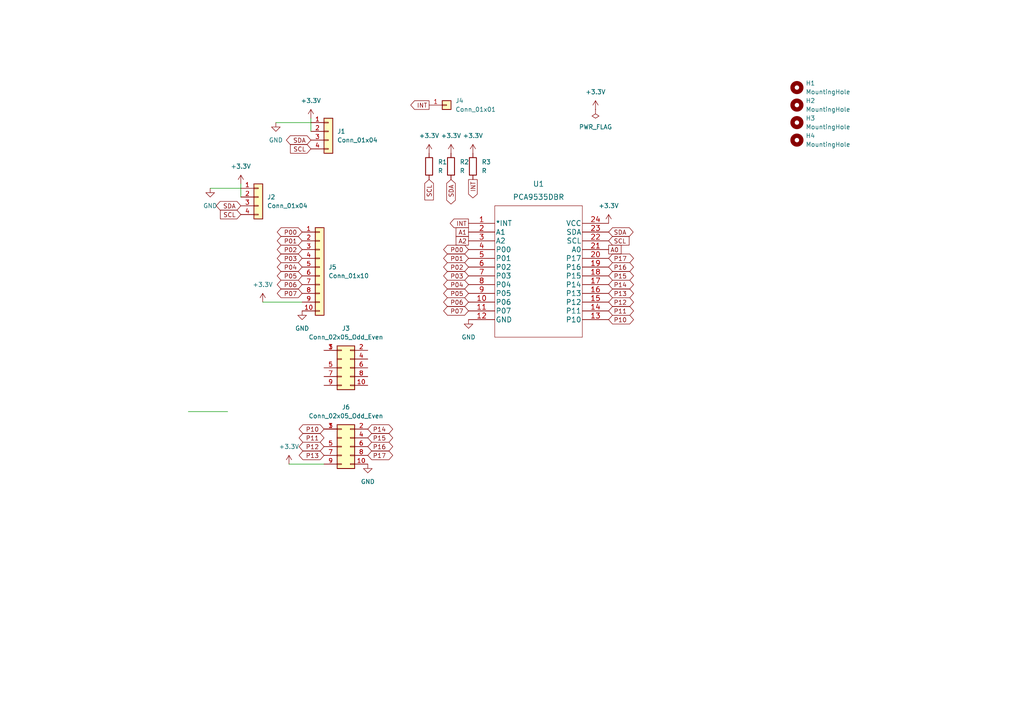
<source format=kicad_sch>
(kicad_sch (version 20211123) (generator eeschema)

  (uuid 50de202a-9f83-446a-b6f9-0c4ba975aafd)

  (paper "A4")

  (lib_symbols
    (symbol "Connector_Generic:Conn_01x01" (pin_names (offset 1.016) hide) (in_bom yes) (on_board yes)
      (property "Reference" "J" (id 0) (at 0 2.54 0)
        (effects (font (size 1.27 1.27)))
      )
      (property "Value" "Conn_01x01" (id 1) (at 0 -2.54 0)
        (effects (font (size 1.27 1.27)))
      )
      (property "Footprint" "" (id 2) (at 0 0 0)
        (effects (font (size 1.27 1.27)) hide)
      )
      (property "Datasheet" "~" (id 3) (at 0 0 0)
        (effects (font (size 1.27 1.27)) hide)
      )
      (property "ki_keywords" "connector" (id 4) (at 0 0 0)
        (effects (font (size 1.27 1.27)) hide)
      )
      (property "ki_description" "Generic connector, single row, 01x01, script generated (kicad-library-utils/schlib/autogen/connector/)" (id 5) (at 0 0 0)
        (effects (font (size 1.27 1.27)) hide)
      )
      (property "ki_fp_filters" "Connector*:*_1x??_*" (id 6) (at 0 0 0)
        (effects (font (size 1.27 1.27)) hide)
      )
      (symbol "Conn_01x01_1_1"
        (rectangle (start -1.27 0.127) (end 0 -0.127)
          (stroke (width 0.1524) (type default) (color 0 0 0 0))
          (fill (type none))
        )
        (rectangle (start -1.27 1.27) (end 1.27 -1.27)
          (stroke (width 0.254) (type default) (color 0 0 0 0))
          (fill (type background))
        )
        (pin passive line (at -5.08 0 0) (length 3.81)
          (name "Pin_1" (effects (font (size 1.27 1.27))))
          (number "1" (effects (font (size 1.27 1.27))))
        )
      )
    )
    (symbol "Connector_Generic:Conn_01x01" (pin_names (offset 1.016) hide) (in_bom yes) (on_board yes)
      (property "Reference" "J" (id 0) (at 0 2.54 0)
        (effects (font (size 1.27 1.27)))
      )
      (property "Value" "Conn_01x01" (id 1) (at 0 -2.54 0)
        (effects (font (size 1.27 1.27)))
      )
      (property "Footprint" "" (id 2) (at 0 0 0)
        (effects (font (size 1.27 1.27)) hide)
      )
      (property "Datasheet" "~" (id 3) (at 0 0 0)
        (effects (font (size 1.27 1.27)) hide)
      )
      (property "ki_keywords" "connector" (id 4) (at 0 0 0)
        (effects (font (size 1.27 1.27)) hide)
      )
      (property "ki_description" "Generic connector, single row, 01x01, script generated (kicad-library-utils/schlib/autogen/connector/)" (id 5) (at 0 0 0)
        (effects (font (size 1.27 1.27)) hide)
      )
      (property "ki_fp_filters" "Connector*:*_1x??_*" (id 6) (at 0 0 0)
        (effects (font (size 1.27 1.27)) hide)
      )
      (symbol "Conn_01x01_1_1"
        (rectangle (start -1.27 0.127) (end 0 -0.127)
          (stroke (width 0.1524) (type default) (color 0 0 0 0))
          (fill (type none))
        )
        (rectangle (start -1.27 1.27) (end 1.27 -1.27)
          (stroke (width 0.254) (type default) (color 0 0 0 0))
          (fill (type background))
        )
        (pin passive line (at -5.08 0 0) (length 3.81)
          (name "Pin_1" (effects (font (size 1.27 1.27))))
          (number "1" (effects (font (size 1.27 1.27))))
        )
      )
    )
    (symbol "Connector_Generic:Conn_01x04" (pin_names (offset 1.016) hide) (in_bom yes) (on_board yes)
      (property "Reference" "J" (id 0) (at 0 5.08 0)
        (effects (font (size 1.27 1.27)))
      )
      (property "Value" "Conn_01x04" (id 1) (at 0 -7.62 0)
        (effects (font (size 1.27 1.27)))
      )
      (property "Footprint" "" (id 2) (at 0 0 0)
        (effects (font (size 1.27 1.27)) hide)
      )
      (property "Datasheet" "~" (id 3) (at 0 0 0)
        (effects (font (size 1.27 1.27)) hide)
      )
      (property "ki_keywords" "connector" (id 4) (at 0 0 0)
        (effects (font (size 1.27 1.27)) hide)
      )
      (property "ki_description" "Generic connector, single row, 01x04, script generated (kicad-library-utils/schlib/autogen/connector/)" (id 5) (at 0 0 0)
        (effects (font (size 1.27 1.27)) hide)
      )
      (property "ki_fp_filters" "Connector*:*_1x??_*" (id 6) (at 0 0 0)
        (effects (font (size 1.27 1.27)) hide)
      )
      (symbol "Conn_01x04_1_1"
        (rectangle (start -1.27 -4.953) (end 0 -5.207)
          (stroke (width 0.1524) (type default) (color 0 0 0 0))
          (fill (type none))
        )
        (rectangle (start -1.27 -2.413) (end 0 -2.667)
          (stroke (width 0.1524) (type default) (color 0 0 0 0))
          (fill (type none))
        )
        (rectangle (start -1.27 0.127) (end 0 -0.127)
          (stroke (width 0.1524) (type default) (color 0 0 0 0))
          (fill (type none))
        )
        (rectangle (start -1.27 2.667) (end 0 2.413)
          (stroke (width 0.1524) (type default) (color 0 0 0 0))
          (fill (type none))
        )
        (rectangle (start -1.27 3.81) (end 1.27 -6.35)
          (stroke (width 0.254) (type default) (color 0 0 0 0))
          (fill (type background))
        )
        (pin passive line (at -5.08 2.54 0) (length 3.81)
          (name "Pin_1" (effects (font (size 1.27 1.27))))
          (number "1" (effects (font (size 1.27 1.27))))
        )
        (pin passive line (at -5.08 0 0) (length 3.81)
          (name "Pin_2" (effects (font (size 1.27 1.27))))
          (number "2" (effects (font (size 1.27 1.27))))
        )
        (pin passive line (at -5.08 -2.54 0) (length 3.81)
          (name "Pin_3" (effects (font (size 1.27 1.27))))
          (number "3" (effects (font (size 1.27 1.27))))
        )
        (pin passive line (at -5.08 -5.08 0) (length 3.81)
          (name "Pin_4" (effects (font (size 1.27 1.27))))
          (number "4" (effects (font (size 1.27 1.27))))
        )
      )
    )
    (symbol "Connector_Generic:Conn_01x10" (pin_names (offset 1.016) hide) (in_bom yes) (on_board yes)
      (property "Reference" "J" (id 0) (at 0 12.7 0)
        (effects (font (size 1.27 1.27)))
      )
      (property "Value" "Conn_01x10" (id 1) (at 0 -15.24 0)
        (effects (font (size 1.27 1.27)))
      )
      (property "Footprint" "" (id 2) (at 0 0 0)
        (effects (font (size 1.27 1.27)) hide)
      )
      (property "Datasheet" "~" (id 3) (at 0 0 0)
        (effects (font (size 1.27 1.27)) hide)
      )
      (property "ki_keywords" "connector" (id 4) (at 0 0 0)
        (effects (font (size 1.27 1.27)) hide)
      )
      (property "ki_description" "Generic connector, single row, 01x10, script generated (kicad-library-utils/schlib/autogen/connector/)" (id 5) (at 0 0 0)
        (effects (font (size 1.27 1.27)) hide)
      )
      (property "ki_fp_filters" "Connector*:*_1x??_*" (id 6) (at 0 0 0)
        (effects (font (size 1.27 1.27)) hide)
      )
      (symbol "Conn_01x10_1_1"
        (rectangle (start -1.27 -12.573) (end 0 -12.827)
          (stroke (width 0.1524) (type default) (color 0 0 0 0))
          (fill (type none))
        )
        (rectangle (start -1.27 -10.033) (end 0 -10.287)
          (stroke (width 0.1524) (type default) (color 0 0 0 0))
          (fill (type none))
        )
        (rectangle (start -1.27 -7.493) (end 0 -7.747)
          (stroke (width 0.1524) (type default) (color 0 0 0 0))
          (fill (type none))
        )
        (rectangle (start -1.27 -4.953) (end 0 -5.207)
          (stroke (width 0.1524) (type default) (color 0 0 0 0))
          (fill (type none))
        )
        (rectangle (start -1.27 -2.413) (end 0 -2.667)
          (stroke (width 0.1524) (type default) (color 0 0 0 0))
          (fill (type none))
        )
        (rectangle (start -1.27 0.127) (end 0 -0.127)
          (stroke (width 0.1524) (type default) (color 0 0 0 0))
          (fill (type none))
        )
        (rectangle (start -1.27 2.667) (end 0 2.413)
          (stroke (width 0.1524) (type default) (color 0 0 0 0))
          (fill (type none))
        )
        (rectangle (start -1.27 5.207) (end 0 4.953)
          (stroke (width 0.1524) (type default) (color 0 0 0 0))
          (fill (type none))
        )
        (rectangle (start -1.27 7.747) (end 0 7.493)
          (stroke (width 0.1524) (type default) (color 0 0 0 0))
          (fill (type none))
        )
        (rectangle (start -1.27 10.287) (end 0 10.033)
          (stroke (width 0.1524) (type default) (color 0 0 0 0))
          (fill (type none))
        )
        (rectangle (start -1.27 11.43) (end 1.27 -13.97)
          (stroke (width 0.254) (type default) (color 0 0 0 0))
          (fill (type background))
        )
        (pin passive line (at -5.08 10.16 0) (length 3.81)
          (name "Pin_1" (effects (font (size 1.27 1.27))))
          (number "1" (effects (font (size 1.27 1.27))))
        )
        (pin passive line (at -5.08 -12.7 0) (length 3.81)
          (name "Pin_10" (effects (font (size 1.27 1.27))))
          (number "10" (effects (font (size 1.27 1.27))))
        )
        (pin passive line (at -5.08 7.62 0) (length 3.81)
          (name "Pin_2" (effects (font (size 1.27 1.27))))
          (number "2" (effects (font (size 1.27 1.27))))
        )
        (pin passive line (at -5.08 5.08 0) (length 3.81)
          (name "Pin_3" (effects (font (size 1.27 1.27))))
          (number "3" (effects (font (size 1.27 1.27))))
        )
        (pin passive line (at -5.08 2.54 0) (length 3.81)
          (name "Pin_4" (effects (font (size 1.27 1.27))))
          (number "4" (effects (font (size 1.27 1.27))))
        )
        (pin passive line (at -5.08 0 0) (length 3.81)
          (name "Pin_5" (effects (font (size 1.27 1.27))))
          (number "5" (effects (font (size 1.27 1.27))))
        )
        (pin passive line (at -5.08 -2.54 0) (length 3.81)
          (name "Pin_6" (effects (font (size 1.27 1.27))))
          (number "6" (effects (font (size 1.27 1.27))))
        )
        (pin passive line (at -5.08 -5.08 0) (length 3.81)
          (name "Pin_7" (effects (font (size 1.27 1.27))))
          (number "7" (effects (font (size 1.27 1.27))))
        )
        (pin passive line (at -5.08 -7.62 0) (length 3.81)
          (name "Pin_8" (effects (font (size 1.27 1.27))))
          (number "8" (effects (font (size 1.27 1.27))))
        )
        (pin passive line (at -5.08 -10.16 0) (length 3.81)
          (name "Pin_9" (effects (font (size 1.27 1.27))))
          (number "9" (effects (font (size 1.27 1.27))))
        )
      )
    )
    (symbol "Connector_Generic:Conn_02x05_Odd_Even" (pin_names (offset 1.016) hide) (in_bom yes) (on_board yes)
      (property "Reference" "J" (id 0) (at 1.27 7.62 0)
        (effects (font (size 1.27 1.27)))
      )
      (property "Value" "Conn_02x05_Odd_Even" (id 1) (at 1.27 -7.62 0)
        (effects (font (size 1.27 1.27)))
      )
      (property "Footprint" "" (id 2) (at 0 0 0)
        (effects (font (size 1.27 1.27)) hide)
      )
      (property "Datasheet" "~" (id 3) (at 0 0 0)
        (effects (font (size 1.27 1.27)) hide)
      )
      (property "ki_keywords" "connector" (id 4) (at 0 0 0)
        (effects (font (size 1.27 1.27)) hide)
      )
      (property "ki_description" "Generic connector, double row, 02x05, odd/even pin numbering scheme (row 1 odd numbers, row 2 even numbers), script generated (kicad-library-utils/schlib/autogen/connector/)" (id 5) (at 0 0 0)
        (effects (font (size 1.27 1.27)) hide)
      )
      (property "ki_fp_filters" "Connector*:*_2x??_*" (id 6) (at 0 0 0)
        (effects (font (size 1.27 1.27)) hide)
      )
      (symbol "Conn_02x05_Odd_Even_1_1"
        (rectangle (start -1.27 -4.953) (end 0 -5.207)
          (stroke (width 0.1524) (type default) (color 0 0 0 0))
          (fill (type none))
        )
        (rectangle (start -1.27 -2.413) (end 0 -2.667)
          (stroke (width 0.1524) (type default) (color 0 0 0 0))
          (fill (type none))
        )
        (rectangle (start -1.27 0.127) (end 0 -0.127)
          (stroke (width 0.1524) (type default) (color 0 0 0 0))
          (fill (type none))
        )
        (rectangle (start -1.27 2.667) (end 0 2.413)
          (stroke (width 0.1524) (type default) (color 0 0 0 0))
          (fill (type none))
        )
        (rectangle (start -1.27 5.207) (end 0 4.953)
          (stroke (width 0.1524) (type default) (color 0 0 0 0))
          (fill (type none))
        )
        (rectangle (start -1.27 6.35) (end 3.81 -6.35)
          (stroke (width 0.254) (type default) (color 0 0 0 0))
          (fill (type background))
        )
        (rectangle (start 3.81 -4.953) (end 2.54 -5.207)
          (stroke (width 0.1524) (type default) (color 0 0 0 0))
          (fill (type none))
        )
        (rectangle (start 3.81 -2.413) (end 2.54 -2.667)
          (stroke (width 0.1524) (type default) (color 0 0 0 0))
          (fill (type none))
        )
        (rectangle (start 3.81 0.127) (end 2.54 -0.127)
          (stroke (width 0.1524) (type default) (color 0 0 0 0))
          (fill (type none))
        )
        (rectangle (start 3.81 2.667) (end 2.54 2.413)
          (stroke (width 0.1524) (type default) (color 0 0 0 0))
          (fill (type none))
        )
        (rectangle (start 3.81 5.207) (end 2.54 4.953)
          (stroke (width 0.1524) (type default) (color 0 0 0 0))
          (fill (type none))
        )
        (pin passive line (at -5.08 5.08 0) (length 3.81)
          (name "Pin_1" (effects (font (size 1.27 1.27))))
          (number "1" (effects (font (size 1.27 1.27))))
        )
        (pin passive line (at 7.62 -5.08 180) (length 3.81)
          (name "Pin_10" (effects (font (size 1.27 1.27))))
          (number "10" (effects (font (size 1.27 1.27))))
        )
        (pin passive line (at 7.62 5.08 180) (length 3.81)
          (name "Pin_2" (effects (font (size 1.27 1.27))))
          (number "2" (effects (font (size 1.27 1.27))))
        )
        (pin passive line (at -5.08 5.08 0) (length 3.81)
          (name "Pin_3" (effects (font (size 1.27 1.27))))
          (number "3" (effects (font (size 1.27 1.27))))
        )
        (pin passive line (at 7.62 2.54 180) (length 3.81)
          (name "Pin_4" (effects (font (size 1.27 1.27))))
          (number "4" (effects (font (size 1.27 1.27))))
        )
        (pin passive line (at -5.08 0 0) (length 3.81)
          (name "Pin_5" (effects (font (size 1.27 1.27))))
          (number "5" (effects (font (size 1.27 1.27))))
        )
        (pin passive line (at 7.62 0 180) (length 3.81)
          (name "Pin_6" (effects (font (size 1.27 1.27))))
          (number "6" (effects (font (size 1.27 1.27))))
        )
        (pin passive line (at -5.08 -2.54 0) (length 3.81)
          (name "Pin_7" (effects (font (size 1.27 1.27))))
          (number "7" (effects (font (size 1.27 1.27))))
        )
        (pin passive line (at 7.62 -2.54 180) (length 3.81)
          (name "Pin_8" (effects (font (size 1.27 1.27))))
          (number "8" (effects (font (size 1.27 1.27))))
        )
        (pin passive line (at -5.08 -5.08 0) (length 3.81)
          (name "Pin_9" (effects (font (size 1.27 1.27))))
          (number "9" (effects (font (size 1.27 1.27))))
        )
      )
    )
    (symbol "Device:R" (pin_numbers hide) (pin_names (offset 0)) (in_bom yes) (on_board yes)
      (property "Reference" "R" (id 0) (at 2.032 0 90)
        (effects (font (size 1.27 1.27)))
      )
      (property "Value" "R" (id 1) (at 0 0 90)
        (effects (font (size 1.27 1.27)))
      )
      (property "Footprint" "" (id 2) (at -1.778 0 90)
        (effects (font (size 1.27 1.27)) hide)
      )
      (property "Datasheet" "~" (id 3) (at 0 0 0)
        (effects (font (size 1.27 1.27)) hide)
      )
      (property "ki_keywords" "R res resistor" (id 4) (at 0 0 0)
        (effects (font (size 1.27 1.27)) hide)
      )
      (property "ki_description" "Resistor" (id 5) (at 0 0 0)
        (effects (font (size 1.27 1.27)) hide)
      )
      (property "ki_fp_filters" "R_*" (id 6) (at 0 0 0)
        (effects (font (size 1.27 1.27)) hide)
      )
      (symbol "R_0_1"
        (rectangle (start -1.016 -2.54) (end 1.016 2.54)
          (stroke (width 0.254) (type default) (color 0 0 0 0))
          (fill (type none))
        )
      )
      (symbol "R_1_1"
        (pin passive line (at 0 3.81 270) (length 1.27)
          (name "~" (effects (font (size 1.27 1.27))))
          (number "1" (effects (font (size 1.27 1.27))))
        )
        (pin passive line (at 0 -3.81 90) (length 1.27)
          (name "~" (effects (font (size 1.27 1.27))))
          (number "2" (effects (font (size 1.27 1.27))))
        )
      )
    )
    (symbol "Mechanical:MountingHole" (pin_names (offset 1.016)) (in_bom yes) (on_board yes)
      (property "Reference" "H" (id 0) (at 0 5.08 0)
        (effects (font (size 1.27 1.27)))
      )
      (property "Value" "MountingHole" (id 1) (at 0 3.175 0)
        (effects (font (size 1.27 1.27)))
      )
      (property "Footprint" "" (id 2) (at 0 0 0)
        (effects (font (size 1.27 1.27)) hide)
      )
      (property "Datasheet" "~" (id 3) (at 0 0 0)
        (effects (font (size 1.27 1.27)) hide)
      )
      (property "ki_keywords" "mounting hole" (id 4) (at 0 0 0)
        (effects (font (size 1.27 1.27)) hide)
      )
      (property "ki_description" "Mounting Hole without connection" (id 5) (at 0 0 0)
        (effects (font (size 1.27 1.27)) hide)
      )
      (property "ki_fp_filters" "MountingHole*" (id 6) (at 0 0 0)
        (effects (font (size 1.27 1.27)) hide)
      )
      (symbol "MountingHole_0_1"
        (circle (center 0 0) (radius 1.27)
          (stroke (width 1.27) (type default) (color 0 0 0 0))
          (fill (type none))
        )
      )
    )
    (symbol "power:+3.3V" (power) (pin_names (offset 0)) (in_bom yes) (on_board yes)
      (property "Reference" "#PWR" (id 0) (at 0 -3.81 0)
        (effects (font (size 1.27 1.27)) hide)
      )
      (property "Value" "+3.3V" (id 1) (at 0 3.556 0)
        (effects (font (size 1.27 1.27)))
      )
      (property "Footprint" "" (id 2) (at 0 0 0)
        (effects (font (size 1.27 1.27)) hide)
      )
      (property "Datasheet" "" (id 3) (at 0 0 0)
        (effects (font (size 1.27 1.27)) hide)
      )
      (property "ki_keywords" "power-flag" (id 4) (at 0 0 0)
        (effects (font (size 1.27 1.27)) hide)
      )
      (property "ki_description" "Power symbol creates a global label with name \"+3.3V\"" (id 5) (at 0 0 0)
        (effects (font (size 1.27 1.27)) hide)
      )
      (symbol "+3.3V_0_1"
        (polyline
          (pts
            (xy -0.762 1.27)
            (xy 0 2.54)
          )
          (stroke (width 0) (type default) (color 0 0 0 0))
          (fill (type none))
        )
        (polyline
          (pts
            (xy 0 0)
            (xy 0 2.54)
          )
          (stroke (width 0) (type default) (color 0 0 0 0))
          (fill (type none))
        )
        (polyline
          (pts
            (xy 0 2.54)
            (xy 0.762 1.27)
          )
          (stroke (width 0) (type default) (color 0 0 0 0))
          (fill (type none))
        )
      )
      (symbol "+3.3V_1_1"
        (pin power_in line (at 0 0 90) (length 0) hide
          (name "+3.3V" (effects (font (size 1.27 1.27))))
          (number "1" (effects (font (size 1.27 1.27))))
        )
      )
    )
    (symbol "power:GND" (power) (pin_names (offset 0)) (in_bom yes) (on_board yes)
      (property "Reference" "#PWR" (id 0) (at 0 -6.35 0)
        (effects (font (size 1.27 1.27)) hide)
      )
      (property "Value" "GND" (id 1) (at 0 -3.81 0)
        (effects (font (size 1.27 1.27)))
      )
      (property "Footprint" "" (id 2) (at 0 0 0)
        (effects (font (size 1.27 1.27)) hide)
      )
      (property "Datasheet" "" (id 3) (at 0 0 0)
        (effects (font (size 1.27 1.27)) hide)
      )
      (property "ki_keywords" "power-flag" (id 4) (at 0 0 0)
        (effects (font (size 1.27 1.27)) hide)
      )
      (property "ki_description" "Power symbol creates a global label with name \"GND\" , ground" (id 5) (at 0 0 0)
        (effects (font (size 1.27 1.27)) hide)
      )
      (symbol "GND_0_1"
        (polyline
          (pts
            (xy 0 0)
            (xy 0 -1.27)
            (xy 1.27 -1.27)
            (xy 0 -2.54)
            (xy -1.27 -1.27)
            (xy 0 -1.27)
          )
          (stroke (width 0) (type default) (color 0 0 0 0))
          (fill (type none))
        )
      )
      (symbol "GND_1_1"
        (pin power_in line (at 0 0 270) (length 0) hide
          (name "GND" (effects (font (size 1.27 1.27))))
          (number "1" (effects (font (size 1.27 1.27))))
        )
      )
    )
    (symbol "power:PWR_FLAG" (power) (pin_numbers hide) (pin_names (offset 0) hide) (in_bom yes) (on_board yes)
      (property "Reference" "#FLG" (id 0) (at 0 1.905 0)
        (effects (font (size 1.27 1.27)) hide)
      )
      (property "Value" "PWR_FLAG" (id 1) (at 0 3.81 0)
        (effects (font (size 1.27 1.27)))
      )
      (property "Footprint" "" (id 2) (at 0 0 0)
        (effects (font (size 1.27 1.27)) hide)
      )
      (property "Datasheet" "~" (id 3) (at 0 0 0)
        (effects (font (size 1.27 1.27)) hide)
      )
      (property "ki_keywords" "power-flag" (id 4) (at 0 0 0)
        (effects (font (size 1.27 1.27)) hide)
      )
      (property "ki_description" "Special symbol for telling ERC where power comes from" (id 5) (at 0 0 0)
        (effects (font (size 1.27 1.27)) hide)
      )
      (symbol "PWR_FLAG_0_0"
        (pin power_out line (at 0 0 90) (length 0)
          (name "pwr" (effects (font (size 1.27 1.27))))
          (number "1" (effects (font (size 1.27 1.27))))
        )
      )
      (symbol "PWR_FLAG_0_1"
        (polyline
          (pts
            (xy 0 0)
            (xy 0 1.27)
            (xy -1.016 1.905)
            (xy 0 2.54)
            (xy 1.016 1.905)
            (xy 0 1.27)
          )
          (stroke (width 0) (type default) (color 0 0 0 0))
          (fill (type none))
        )
      )
    )
    (symbol "ul_PCA9535DBR:PCA9535DBR" (pin_names (offset 0.254)) (in_bom yes) (on_board yes)
      (property "Reference" "U" (id 0) (at 20.32 10.16 0)
        (effects (font (size 1.524 1.524)))
      )
      (property "Value" "PCA9535DBR" (id 1) (at 20.32 7.62 0)
        (effects (font (size 1.524 1.524)))
      )
      (property "Footprint" "DB24_TEX" (id 2) (at 20.32 6.096 0)
        (effects (font (size 1.524 1.524)) hide)
      )
      (property "Datasheet" "" (id 3) (at 0 0 0)
        (effects (font (size 1.524 1.524)))
      )
      (property "ki_locked" "" (id 4) (at 0 0 0)
        (effects (font (size 1.27 1.27)))
      )
      (property "ki_fp_filters" "DB24_TEX DB24_TEX-M DB24_TEX-L" (id 5) (at 0 0 0)
        (effects (font (size 1.27 1.27)) hide)
      )
      (symbol "PCA9535DBR_1_1"
        (polyline
          (pts
            (xy 7.62 -33.02)
            (xy 33.02 -33.02)
          )
          (stroke (width 0.127) (type default) (color 0 0 0 0))
          (fill (type none))
        )
        (polyline
          (pts
            (xy 7.62 5.08)
            (xy 7.62 -33.02)
          )
          (stroke (width 0.127) (type default) (color 0 0 0 0))
          (fill (type none))
        )
        (polyline
          (pts
            (xy 33.02 -33.02)
            (xy 33.02 5.08)
          )
          (stroke (width 0.127) (type default) (color 0 0 0 0))
          (fill (type none))
        )
        (polyline
          (pts
            (xy 33.02 5.08)
            (xy 7.62 5.08)
          )
          (stroke (width 0.127) (type default) (color 0 0 0 0))
          (fill (type none))
        )
        (pin output line (at 0 0 0) (length 7.62)
          (name "*INT" (effects (font (size 1.4986 1.4986))))
          (number "1" (effects (font (size 1.4986 1.4986))))
        )
        (pin bidirectional line (at 0 -22.86 0) (length 7.62)
          (name "P06" (effects (font (size 1.4986 1.4986))))
          (number "10" (effects (font (size 1.4986 1.4986))))
        )
        (pin bidirectional line (at 0 -25.4 0) (length 7.62)
          (name "P07" (effects (font (size 1.4986 1.4986))))
          (number "11" (effects (font (size 1.4986 1.4986))))
        )
        (pin power_in line (at 0 -27.94 0) (length 7.62)
          (name "GND" (effects (font (size 1.4986 1.4986))))
          (number "12" (effects (font (size 1.4986 1.4986))))
        )
        (pin bidirectional line (at 40.64 -27.94 180) (length 7.62)
          (name "P10" (effects (font (size 1.4986 1.4986))))
          (number "13" (effects (font (size 1.4986 1.4986))))
        )
        (pin bidirectional line (at 40.64 -25.4 180) (length 7.62)
          (name "P11" (effects (font (size 1.4986 1.4986))))
          (number "14" (effects (font (size 1.4986 1.4986))))
        )
        (pin bidirectional line (at 40.64 -22.86 180) (length 7.62)
          (name "P12" (effects (font (size 1.4986 1.4986))))
          (number "15" (effects (font (size 1.4986 1.4986))))
        )
        (pin bidirectional line (at 40.64 -20.32 180) (length 7.62)
          (name "P13" (effects (font (size 1.4986 1.4986))))
          (number "16" (effects (font (size 1.4986 1.4986))))
        )
        (pin bidirectional line (at 40.64 -17.78 180) (length 7.62)
          (name "P14" (effects (font (size 1.4986 1.4986))))
          (number "17" (effects (font (size 1.4986 1.4986))))
        )
        (pin bidirectional line (at 40.64 -15.24 180) (length 7.62)
          (name "P15" (effects (font (size 1.4986 1.4986))))
          (number "18" (effects (font (size 1.4986 1.4986))))
        )
        (pin bidirectional line (at 40.64 -12.7 180) (length 7.62)
          (name "P16" (effects (font (size 1.4986 1.4986))))
          (number "19" (effects (font (size 1.4986 1.4986))))
        )
        (pin input line (at 0 -2.54 0) (length 7.62)
          (name "A1" (effects (font (size 1.4986 1.4986))))
          (number "2" (effects (font (size 1.4986 1.4986))))
        )
        (pin bidirectional line (at 40.64 -10.16 180) (length 7.62)
          (name "P17" (effects (font (size 1.4986 1.4986))))
          (number "20" (effects (font (size 1.4986 1.4986))))
        )
        (pin input line (at 40.64 -7.62 180) (length 7.62)
          (name "A0" (effects (font (size 1.4986 1.4986))))
          (number "21" (effects (font (size 1.4986 1.4986))))
        )
        (pin unspecified line (at 40.64 -5.08 180) (length 7.62)
          (name "SCL" (effects (font (size 1.4986 1.4986))))
          (number "22" (effects (font (size 1.4986 1.4986))))
        )
        (pin unspecified line (at 40.64 -2.54 180) (length 7.62)
          (name "SDA" (effects (font (size 1.4986 1.4986))))
          (number "23" (effects (font (size 1.4986 1.4986))))
        )
        (pin power_in line (at 40.64 0 180) (length 7.62)
          (name "VCC" (effects (font (size 1.4986 1.4986))))
          (number "24" (effects (font (size 1.4986 1.4986))))
        )
        (pin input line (at 0 -5.08 0) (length 7.62)
          (name "A2" (effects (font (size 1.4986 1.4986))))
          (number "3" (effects (font (size 1.4986 1.4986))))
        )
        (pin bidirectional line (at 0 -7.62 0) (length 7.62)
          (name "P00" (effects (font (size 1.4986 1.4986))))
          (number "4" (effects (font (size 1.4986 1.4986))))
        )
        (pin bidirectional line (at 0 -10.16 0) (length 7.62)
          (name "P01" (effects (font (size 1.4986 1.4986))))
          (number "5" (effects (font (size 1.4986 1.4986))))
        )
        (pin bidirectional line (at 0 -12.7 0) (length 7.62)
          (name "P02" (effects (font (size 1.4986 1.4986))))
          (number "6" (effects (font (size 1.4986 1.4986))))
        )
        (pin bidirectional line (at 0 -15.24 0) (length 7.62)
          (name "P03" (effects (font (size 1.4986 1.4986))))
          (number "7" (effects (font (size 1.4986 1.4986))))
        )
        (pin bidirectional line (at 0 -17.78 0) (length 7.62)
          (name "P04" (effects (font (size 1.4986 1.4986))))
          (number "8" (effects (font (size 1.4986 1.4986))))
        )
        (pin bidirectional line (at 0 -20.32 0) (length 7.62)
          (name "P05" (effects (font (size 1.4986 1.4986))))
          (number "9" (effects (font (size 1.4986 1.4986))))
        )
      )
    )
  )


  (wire (pts (xy 76.2 87.63) (xy 87.63 87.63))
    (stroke (width 0) (type default) (color 0 0 0 0))
    (uuid 1d1786b5-3f3b-49a5-8917-1d3712b82090)
  )
  (wire (pts (xy 80.01 35.56) (xy 90.17 35.56))
    (stroke (width 0) (type default) (color 0 0 0 0))
    (uuid 2e1e919c-5c5d-47cd-95cd-f3b4b809f44c)
  )
  (wire (pts (xy 69.85 53.34) (xy 69.85 57.15))
    (stroke (width 0) (type default) (color 0 0 0 0))
    (uuid 594abca9-e32c-4f73-a19a-c21ffc3667aa)
  )
  (wire (pts (xy 54.61 119.38) (xy 66.04 119.38))
    (stroke (width 0) (type default) (color 0 0 0 0))
    (uuid 6e1dea58-6a3b-4c2b-98e0-11b0c41f0e5e)
  )
  (wire (pts (xy 60.96 54.61) (xy 69.85 54.61))
    (stroke (width 0) (type default) (color 0 0 0 0))
    (uuid a8087ef7-fdab-4ea1-a61e-2ca4d6ce1b2b)
  )
  (wire (pts (xy 83.82 134.62) (xy 93.98 134.62))
    (stroke (width 0) (type default) (color 0 0 0 0))
    (uuid a99bc04f-a0b8-4e9d-a789-7e86d15677eb)
  )
  (wire (pts (xy 90.17 34.29) (xy 90.17 38.1))
    (stroke (width 0) (type default) (color 0 0 0 0))
    (uuid dfb460a8-ee53-486e-9211-e03cd78eb6d7)
  )

  (global_label "P10" (shape bidirectional) (at 93.98 124.46 180) (fields_autoplaced)
    (effects (font (size 1.27 1.27)) (justify right))
    (uuid 00c17bff-2b4d-4fb2-a54f-f42e2d9ea194)
    (property "Intersheet References" "${INTERSHEET_REFS}" (id 0) (at 87.8779 124.3806 0)
      (effects (font (size 1.27 1.27)) (justify right) hide)
    )
  )
  (global_label "A1" (shape passive) (at 135.89 67.31 180) (fields_autoplaced)
    (effects (font (size 1.27 1.27)) (justify right))
    (uuid 0752355a-db9e-4515-91ea-482feffeba49)
    (property "Intersheet References" "${INTERSHEET_REFS}" (id 0) (at 131.1788 67.2306 0)
      (effects (font (size 1.27 1.27)) (justify right) hide)
    )
  )
  (global_label "P15" (shape bidirectional) (at 176.53 80.01 0) (fields_autoplaced)
    (effects (font (size 1.27 1.27)) (justify left))
    (uuid 0e220d7c-ebb5-4906-822d-7e42719caf5a)
    (property "Intersheet References" "${INTERSHEET_REFS}" (id 0) (at 182.6321 79.9306 0)
      (effects (font (size 1.27 1.27)) (justify left) hide)
    )
  )
  (global_label "P14" (shape bidirectional) (at 176.53 82.55 0) (fields_autoplaced)
    (effects (font (size 1.27 1.27)) (justify left))
    (uuid 2842ba68-a2c0-4089-9df3-8a824a2d8589)
    (property "Intersheet References" "${INTERSHEET_REFS}" (id 0) (at 182.6321 82.4706 0)
      (effects (font (size 1.27 1.27)) (justify left) hide)
    )
  )
  (global_label "P00" (shape bidirectional) (at 135.89 72.39 180) (fields_autoplaced)
    (effects (font (size 1.27 1.27)) (justify right))
    (uuid 2be299e0-f2e3-4ef5-8ec8-45168d0505e5)
    (property "Intersheet References" "${INTERSHEET_REFS}" (id 0) (at 129.7879 72.3106 0)
      (effects (font (size 1.27 1.27)) (justify right) hide)
    )
  )
  (global_label "SCL" (shape input) (at 176.53 69.85 0) (fields_autoplaced)
    (effects (font (size 1.27 1.27)) (justify left))
    (uuid 2d1d5acf-7e09-486e-a2b0-847d713007b0)
    (property "Intersheet References" "${INTERSHEET_REFS}" (id 0) (at 182.4507 69.7706 0)
      (effects (font (size 1.27 1.27)) (justify left) hide)
    )
  )
  (global_label "P13" (shape bidirectional) (at 93.98 132.08 180) (fields_autoplaced)
    (effects (font (size 1.27 1.27)) (justify right))
    (uuid 341afbb5-26dc-453f-b928-0eca276d9593)
    (property "Intersheet References" "${INTERSHEET_REFS}" (id 0) (at 87.8779 132.0006 0)
      (effects (font (size 1.27 1.27)) (justify right) hide)
    )
  )
  (global_label "SCL" (shape input) (at 90.17 43.18 180) (fields_autoplaced)
    (effects (font (size 1.27 1.27)) (justify right))
    (uuid 361a47a0-53dc-4330-a3d5-384f748925c2)
    (property "Intersheet References" "${INTERSHEET_REFS}" (id 0) (at 84.2493 43.1006 0)
      (effects (font (size 1.27 1.27)) (justify right) hide)
    )
  )
  (global_label "P14" (shape bidirectional) (at 106.68 124.46 0) (fields_autoplaced)
    (effects (font (size 1.27 1.27)) (justify left))
    (uuid 38b47d34-9587-4e63-9f6c-8370d744ec1b)
    (property "Intersheet References" "${INTERSHEET_REFS}" (id 0) (at 112.7821 124.5394 0)
      (effects (font (size 1.27 1.27)) (justify left) hide)
    )
  )
  (global_label "SDA" (shape bidirectional) (at 176.53 67.31 0) (fields_autoplaced)
    (effects (font (size 1.27 1.27)) (justify left))
    (uuid 3b40f884-8402-46b4-80f2-c61efe6c1ced)
    (property "Intersheet References" "${INTERSHEET_REFS}" (id 0) (at 182.5112 67.2306 0)
      (effects (font (size 1.27 1.27)) (justify left) hide)
    )
  )
  (global_label "P06" (shape bidirectional) (at 87.63 82.55 180) (fields_autoplaced)
    (effects (font (size 1.27 1.27)) (justify right))
    (uuid 3c57f171-e0d9-4987-8173-ff80d3c3c8cf)
    (property "Intersheet References" "${INTERSHEET_REFS}" (id 0) (at 81.5279 82.4706 0)
      (effects (font (size 1.27 1.27)) (justify right) hide)
    )
  )
  (global_label "P11" (shape bidirectional) (at 176.53 90.17 0) (fields_autoplaced)
    (effects (font (size 1.27 1.27)) (justify left))
    (uuid 403b3e9b-b217-41dd-9f3d-7e098e556981)
    (property "Intersheet References" "${INTERSHEET_REFS}" (id 0) (at 182.6321 90.0906 0)
      (effects (font (size 1.27 1.27)) (justify left) hide)
    )
  )
  (global_label "SCL" (shape input) (at 69.85 62.23 180) (fields_autoplaced)
    (effects (font (size 1.27 1.27)) (justify right))
    (uuid 459c578f-e187-4be7-9019-a1114328c6fc)
    (property "Intersheet References" "${INTERSHEET_REFS}" (id 0) (at 63.9293 62.1506 0)
      (effects (font (size 1.27 1.27)) (justify right) hide)
    )
  )
  (global_label "P06" (shape bidirectional) (at 135.89 87.63 180) (fields_autoplaced)
    (effects (font (size 1.27 1.27)) (justify right))
    (uuid 59691dfe-8200-41e2-8990-a5e62e19b49c)
    (property "Intersheet References" "${INTERSHEET_REFS}" (id 0) (at 129.7879 87.5506 0)
      (effects (font (size 1.27 1.27)) (justify right) hide)
    )
  )
  (global_label "P12" (shape bidirectional) (at 93.98 129.54 180) (fields_autoplaced)
    (effects (font (size 1.27 1.27)) (justify right))
    (uuid 5ce9f6c5-368a-44c0-a2f9-7c3c2f74e65d)
    (property "Intersheet References" "${INTERSHEET_REFS}" (id 0) (at 87.8779 129.4606 0)
      (effects (font (size 1.27 1.27)) (justify right) hide)
    )
  )
  (global_label "P16" (shape bidirectional) (at 176.53 77.47 0) (fields_autoplaced)
    (effects (font (size 1.27 1.27)) (justify left))
    (uuid 5d9c7108-9d8a-428b-bc6c-68af20984302)
    (property "Intersheet References" "${INTERSHEET_REFS}" (id 0) (at 182.6321 77.3906 0)
      (effects (font (size 1.27 1.27)) (justify left) hide)
    )
  )
  (global_label "P04" (shape bidirectional) (at 87.63 77.47 180) (fields_autoplaced)
    (effects (font (size 1.27 1.27)) (justify right))
    (uuid 670d3098-3257-4fae-9774-198182d19eb2)
    (property "Intersheet References" "${INTERSHEET_REFS}" (id 0) (at 81.5279 77.3906 0)
      (effects (font (size 1.27 1.27)) (justify right) hide)
    )
  )
  (global_label "INT" (shape output) (at 137.16 52.07 270) (fields_autoplaced)
    (effects (font (size 1.27 1.27)) (justify right))
    (uuid 703767a0-16dc-4ef1-b662-4ba5b28e5967)
    (property "Intersheet References" "${INTERSHEET_REFS}" (id 0) (at 137.0806 57.386 90)
      (effects (font (size 1.27 1.27)) (justify right) hide)
    )
  )
  (global_label "P16" (shape bidirectional) (at 106.68 129.54 0) (fields_autoplaced)
    (effects (font (size 1.27 1.27)) (justify left))
    (uuid 7039f27f-e00b-4eae-80a4-aeaa720ce8ef)
    (property "Intersheet References" "${INTERSHEET_REFS}" (id 0) (at 112.7821 129.6194 0)
      (effects (font (size 1.27 1.27)) (justify left) hide)
    )
  )
  (global_label "SDA" (shape bidirectional) (at 90.17 40.64 180) (fields_autoplaced)
    (effects (font (size 1.27 1.27)) (justify right))
    (uuid 7389aeda-b409-4f9f-b42f-b1194edfce55)
    (property "Intersheet References" "${INTERSHEET_REFS}" (id 0) (at 84.1888 40.5606 0)
      (effects (font (size 1.27 1.27)) (justify right) hide)
    )
  )
  (global_label "P03" (shape bidirectional) (at 87.63 74.93 180) (fields_autoplaced)
    (effects (font (size 1.27 1.27)) (justify right))
    (uuid 744262e0-41c0-4c71-9033-b8407ff081f0)
    (property "Intersheet References" "${INTERSHEET_REFS}" (id 0) (at 81.5279 74.8506 0)
      (effects (font (size 1.27 1.27)) (justify right) hide)
    )
  )
  (global_label "P02" (shape bidirectional) (at 135.89 77.47 180) (fields_autoplaced)
    (effects (font (size 1.27 1.27)) (justify right))
    (uuid 7c81152d-1919-4f33-a997-19d614df12f4)
    (property "Intersheet References" "${INTERSHEET_REFS}" (id 0) (at 129.7879 77.3906 0)
      (effects (font (size 1.27 1.27)) (justify right) hide)
    )
  )
  (global_label "P10" (shape bidirectional) (at 176.53 92.71 0) (fields_autoplaced)
    (effects (font (size 1.27 1.27)) (justify left))
    (uuid 80c507c8-433b-4936-829f-c9e9fe2fccf3)
    (property "Intersheet References" "${INTERSHEET_REFS}" (id 0) (at 182.6321 92.6306 0)
      (effects (font (size 1.27 1.27)) (justify left) hide)
    )
  )
  (global_label "P12" (shape bidirectional) (at 176.53 87.63 0) (fields_autoplaced)
    (effects (font (size 1.27 1.27)) (justify left))
    (uuid 82e68950-b646-4961-b269-98a86c51b4e3)
    (property "Intersheet References" "${INTERSHEET_REFS}" (id 0) (at 182.6321 87.5506 0)
      (effects (font (size 1.27 1.27)) (justify left) hide)
    )
  )
  (global_label "P02" (shape bidirectional) (at 87.63 72.39 180) (fields_autoplaced)
    (effects (font (size 1.27 1.27)) (justify right))
    (uuid 83391d17-977e-4c23-9961-53d30e268c61)
    (property "Intersheet References" "${INTERSHEET_REFS}" (id 0) (at 81.5279 72.3106 0)
      (effects (font (size 1.27 1.27)) (justify right) hide)
    )
  )
  (global_label "P17" (shape bidirectional) (at 106.68 132.08 0) (fields_autoplaced)
    (effects (font (size 1.27 1.27)) (justify left))
    (uuid 83d2f316-ae9d-4617-8d1b-ed0240c0a9be)
    (property "Intersheet References" "${INTERSHEET_REFS}" (id 0) (at 112.7821 132.1594 0)
      (effects (font (size 1.27 1.27)) (justify left) hide)
    )
  )
  (global_label "P13" (shape bidirectional) (at 176.53 85.09 0) (fields_autoplaced)
    (effects (font (size 1.27 1.27)) (justify left))
    (uuid 99ae9615-7893-4ab8-a3be-a6f908a72ae8)
    (property "Intersheet References" "${INTERSHEET_REFS}" (id 0) (at 182.6321 85.0106 0)
      (effects (font (size 1.27 1.27)) (justify left) hide)
    )
  )
  (global_label "P05" (shape bidirectional) (at 135.89 85.09 180) (fields_autoplaced)
    (effects (font (size 1.27 1.27)) (justify right))
    (uuid 9cd1ac0f-2a93-41e5-ad53-95f5c91e16af)
    (property "Intersheet References" "${INTERSHEET_REFS}" (id 0) (at 129.7879 85.0106 0)
      (effects (font (size 1.27 1.27)) (justify right) hide)
    )
  )
  (global_label "P04" (shape bidirectional) (at 135.89 82.55 180) (fields_autoplaced)
    (effects (font (size 1.27 1.27)) (justify right))
    (uuid a43d3b2f-2ba5-4c3c-b414-e811219d16e2)
    (property "Intersheet References" "${INTERSHEET_REFS}" (id 0) (at 129.7879 82.4706 0)
      (effects (font (size 1.27 1.27)) (justify right) hide)
    )
  )
  (global_label "P03" (shape bidirectional) (at 135.89 80.01 180) (fields_autoplaced)
    (effects (font (size 1.27 1.27)) (justify right))
    (uuid a7797f2a-b6dd-4c7f-9015-efbf18ecda55)
    (property "Intersheet References" "${INTERSHEET_REFS}" (id 0) (at 129.7879 79.9306 0)
      (effects (font (size 1.27 1.27)) (justify right) hide)
    )
  )
  (global_label "P00" (shape bidirectional) (at 87.63 67.31 180) (fields_autoplaced)
    (effects (font (size 1.27 1.27)) (justify right))
    (uuid afc73984-aea6-469a-9436-d3fbacd1c928)
    (property "Intersheet References" "${INTERSHEET_REFS}" (id 0) (at 81.5279 67.2306 0)
      (effects (font (size 1.27 1.27)) (justify right) hide)
    )
  )
  (global_label "P01" (shape bidirectional) (at 135.89 74.93 180) (fields_autoplaced)
    (effects (font (size 1.27 1.27)) (justify right))
    (uuid afc9a6cc-16e0-411e-a87b-8b6c7ea658e8)
    (property "Intersheet References" "${INTERSHEET_REFS}" (id 0) (at 129.7879 74.8506 0)
      (effects (font (size 1.27 1.27)) (justify right) hide)
    )
  )
  (global_label "A0" (shape passive) (at 176.53 72.39 0) (fields_autoplaced)
    (effects (font (size 1.27 1.27)) (justify left))
    (uuid b1975a09-3694-4bcd-94e8-57e5cede049b)
    (property "Intersheet References" "${INTERSHEET_REFS}" (id 0) (at 181.2412 72.3106 0)
      (effects (font (size 1.27 1.27)) (justify left) hide)
    )
  )
  (global_label "SCL" (shape input) (at 124.46 52.07 270) (fields_autoplaced)
    (effects (font (size 1.27 1.27)) (justify right))
    (uuid b3b857f1-64e2-455b-89b8-173b86d8fb77)
    (property "Intersheet References" "${INTERSHEET_REFS}" (id 0) (at 124.3806 57.9907 90)
      (effects (font (size 1.27 1.27)) (justify right) hide)
    )
  )
  (global_label "INT" (shape output) (at 124.46 30.48 180) (fields_autoplaced)
    (effects (font (size 1.27 1.27)) (justify right))
    (uuid b784e347-d7bf-4e6b-b820-e2ad36eb2b06)
    (property "Intersheet References" "${INTERSHEET_REFS}" (id 0) (at 119.144 30.4006 0)
      (effects (font (size 1.27 1.27)) (justify right) hide)
    )
  )
  (global_label "P15" (shape bidirectional) (at 106.68 127 0) (fields_autoplaced)
    (effects (font (size 1.27 1.27)) (justify left))
    (uuid b8d266ff-23f4-40bb-a152-32edf00c35e8)
    (property "Intersheet References" "${INTERSHEET_REFS}" (id 0) (at 112.7821 127.0794 0)
      (effects (font (size 1.27 1.27)) (justify left) hide)
    )
  )
  (global_label "SDA" (shape bidirectional) (at 130.81 52.07 270) (fields_autoplaced)
    (effects (font (size 1.27 1.27)) (justify right))
    (uuid c66596be-7b4c-4ca3-b6f7-842f2487d0d3)
    (property "Intersheet References" "${INTERSHEET_REFS}" (id 0) (at 130.7306 58.0512 90)
      (effects (font (size 1.27 1.27)) (justify right) hide)
    )
  )
  (global_label "P05" (shape bidirectional) (at 87.63 80.01 180) (fields_autoplaced)
    (effects (font (size 1.27 1.27)) (justify right))
    (uuid c762e443-295f-4778-a914-39d015fbb996)
    (property "Intersheet References" "${INTERSHEET_REFS}" (id 0) (at 81.5279 79.9306 0)
      (effects (font (size 1.27 1.27)) (justify right) hide)
    )
  )
  (global_label "SDA" (shape bidirectional) (at 69.85 59.69 180) (fields_autoplaced)
    (effects (font (size 1.27 1.27)) (justify right))
    (uuid caec0f83-e006-41d9-8dca-77cb15665348)
    (property "Intersheet References" "${INTERSHEET_REFS}" (id 0) (at 63.8688 59.6106 0)
      (effects (font (size 1.27 1.27)) (justify right) hide)
    )
  )
  (global_label "P07" (shape bidirectional) (at 135.89 90.17 180) (fields_autoplaced)
    (effects (font (size 1.27 1.27)) (justify right))
    (uuid ce215c09-f8ab-4327-8654-e8a86f7819bc)
    (property "Intersheet References" "${INTERSHEET_REFS}" (id 0) (at 129.7879 90.0906 0)
      (effects (font (size 1.27 1.27)) (justify right) hide)
    )
  )
  (global_label "P07" (shape bidirectional) (at 87.63 85.09 180) (fields_autoplaced)
    (effects (font (size 1.27 1.27)) (justify right))
    (uuid d5779dd2-f211-4069-838b-9e291a195837)
    (property "Intersheet References" "${INTERSHEET_REFS}" (id 0) (at 81.5279 85.0106 0)
      (effects (font (size 1.27 1.27)) (justify right) hide)
    )
  )
  (global_label "A2" (shape passive) (at 135.89 69.85 180) (fields_autoplaced)
    (effects (font (size 1.27 1.27)) (justify right))
    (uuid e872d8c6-af6a-49e6-bceb-c493436d1515)
    (property "Intersheet References" "${INTERSHEET_REFS}" (id 0) (at 131.1788 69.7706 0)
      (effects (font (size 1.27 1.27)) (justify right) hide)
    )
  )
  (global_label "P17" (shape bidirectional) (at 176.53 74.93 0) (fields_autoplaced)
    (effects (font (size 1.27 1.27)) (justify left))
    (uuid ec48c4e2-6589-46a3-a2ab-26b0818d0c83)
    (property "Intersheet References" "${INTERSHEET_REFS}" (id 0) (at 182.6321 74.8506 0)
      (effects (font (size 1.27 1.27)) (justify left) hide)
    )
  )
  (global_label "P11" (shape bidirectional) (at 93.98 127 180) (fields_autoplaced)
    (effects (font (size 1.27 1.27)) (justify right))
    (uuid efdc3bce-da7f-4b51-a55e-be53f4199398)
    (property "Intersheet References" "${INTERSHEET_REFS}" (id 0) (at 87.8779 126.9206 0)
      (effects (font (size 1.27 1.27)) (justify right) hide)
    )
  )
  (global_label "INT" (shape output) (at 135.89 64.77 180) (fields_autoplaced)
    (effects (font (size 1.27 1.27)) (justify right))
    (uuid fc75e27c-9798-440b-801c-298336f7816d)
    (property "Intersheet References" "${INTERSHEET_REFS}" (id 0) (at 130.574 64.6906 0)
      (effects (font (size 1.27 1.27)) (justify right) hide)
    )
  )
  (global_label "P01" (shape bidirectional) (at 87.63 69.85 180) (fields_autoplaced)
    (effects (font (size 1.27 1.27)) (justify right))
    (uuid fe91f4e0-4c1c-47c2-8f82-d5b2ba86722b)
    (property "Intersheet References" "${INTERSHEET_REFS}" (id 0) (at 81.5279 69.7706 0)
      (effects (font (size 1.27 1.27)) (justify right) hide)
    )
  )

  (symbol (lib_id "power:GND") (at 80.01 35.56 0) (unit 1)
    (in_bom yes) (on_board yes) (fields_autoplaced)
    (uuid 007652f9-02ac-4a42-87d5-c274b8a29706)
    (property "Reference" "#PWR0102" (id 0) (at 80.01 41.91 0)
      (effects (font (size 1.27 1.27)) hide)
    )
    (property "Value" "GND" (id 1) (at 80.01 40.64 0))
    (property "Footprint" "" (id 2) (at 80.01 35.56 0)
      (effects (font (size 1.27 1.27)) hide)
    )
    (property "Datasheet" "" (id 3) (at 80.01 35.56 0)
      (effects (font (size 1.27 1.27)) hide)
    )
    (pin "1" (uuid 9b350fa7-192c-49bd-aa24-1de2cb7edd36))
  )

  (symbol (lib_id "Connector_Generic:Conn_01x04") (at 74.93 57.15 0) (unit 1)
    (in_bom yes) (on_board yes) (fields_autoplaced)
    (uuid 0b3d3461-b7d3-4182-896a-ee33de331d45)
    (property "Reference" "J2" (id 0) (at 77.47 57.1499 0)
      (effects (font (size 1.27 1.27)) (justify left))
    )
    (property "Value" "Conn_01x04" (id 1) (at 77.47 59.6899 0)
      (effects (font (size 1.27 1.27)) (justify left))
    )
    (property "Footprint" "Connector_JST:JST_SH_BM04B-SRSS-TB_1x04-1MP_P1.00mm_Vertical" (id 2) (at 74.93 57.15 0)
      (effects (font (size 1.27 1.27)) hide)
    )
    (property "Datasheet" "~" (id 3) (at 74.93 57.15 0)
      (effects (font (size 1.27 1.27)) hide)
    )
    (pin "1" (uuid f49e9fcd-efed-4ec6-a310-40f4f3067f50))
    (pin "2" (uuid ee72bfad-b746-41bc-99eb-dedfff5c9d71))
    (pin "3" (uuid 5e5530e9-bc10-4ea2-b3a4-dee3e77581e8))
    (pin "4" (uuid c3c891d1-32c4-44eb-b217-71c48605c6bc))
  )

  (symbol (lib_id "power:+3.3V") (at 90.17 34.29 0) (unit 1)
    (in_bom yes) (on_board yes) (fields_autoplaced)
    (uuid 1ba60b61-f3ff-4e8b-beaf-2cf5928a0599)
    (property "Reference" "#PWR0101" (id 0) (at 90.17 38.1 0)
      (effects (font (size 1.27 1.27)) hide)
    )
    (property "Value" "+3.3V" (id 1) (at 90.17 29.21 0))
    (property "Footprint" "" (id 2) (at 90.17 34.29 0)
      (effects (font (size 1.27 1.27)) hide)
    )
    (property "Datasheet" "" (id 3) (at 90.17 34.29 0)
      (effects (font (size 1.27 1.27)) hide)
    )
    (pin "1" (uuid 0c8fa9f1-72a4-4b3a-a70e-53d203f3aee9))
  )

  (symbol (lib_id "Connector_Generic:Conn_01x04") (at 95.25 38.1 0) (unit 1)
    (in_bom yes) (on_board yes) (fields_autoplaced)
    (uuid 2d4d87f0-d617-4639-8967-fc4d84362ff9)
    (property "Reference" "J1" (id 0) (at 97.79 38.0999 0)
      (effects (font (size 1.27 1.27)) (justify left))
    )
    (property "Value" "Conn_01x04" (id 1) (at 97.79 40.6399 0)
      (effects (font (size 1.27 1.27)) (justify left))
    )
    (property "Footprint" "Connector_JST:JST_SH_BM04B-SRSS-TB_1x04-1MP_P1.00mm_Vertical" (id 2) (at 95.25 38.1 0)
      (effects (font (size 1.27 1.27)) hide)
    )
    (property "Datasheet" "~" (id 3) (at 95.25 38.1 0)
      (effects (font (size 1.27 1.27)) hide)
    )
    (pin "1" (uuid 13c9f87a-8ec8-4e76-906b-438186c658ca))
    (pin "2" (uuid 6c80fa59-4e25-4206-99da-b7e9c15df89f))
    (pin "3" (uuid df0f3059-78af-4912-85e3-2db32a6d176a))
    (pin "4" (uuid 7ddf43d6-2e03-416a-8d71-b9aad9a8b96e))
  )

  (symbol (lib_id "Device:R") (at 124.46 48.26 0) (unit 1)
    (in_bom yes) (on_board yes) (fields_autoplaced)
    (uuid 303088a8-c26c-41c7-a855-14dcd37f9bdf)
    (property "Reference" "R1" (id 0) (at 127 46.9899 0)
      (effects (font (size 1.27 1.27)) (justify left))
    )
    (property "Value" "R" (id 1) (at 127 49.5299 0)
      (effects (font (size 1.27 1.27)) (justify left))
    )
    (property "Footprint" "Resistor_SMD:R_0805_2012Metric_Pad1.20x1.40mm_HandSolder" (id 2) (at 122.682 48.26 90)
      (effects (font (size 1.27 1.27)) hide)
    )
    (property "Datasheet" "~" (id 3) (at 124.46 48.26 0)
      (effects (font (size 1.27 1.27)) hide)
    )
    (pin "1" (uuid 8264d215-8d1c-4fe4-a42a-228edd447434))
    (pin "2" (uuid 9dace284-6bd3-4c0d-846b-32efc438ccc5))
  )

  (symbol (lib_id "power:GND") (at 87.63 90.17 0) (unit 1)
    (in_bom yes) (on_board yes) (fields_autoplaced)
    (uuid 45115d5e-5187-4bab-a588-2812479069b8)
    (property "Reference" "#PWR010" (id 0) (at 87.63 96.52 0)
      (effects (font (size 1.27 1.27)) hide)
    )
    (property "Value" "GND" (id 1) (at 87.63 95.25 0))
    (property "Footprint" "" (id 2) (at 87.63 90.17 0)
      (effects (font (size 1.27 1.27)) hide)
    )
    (property "Datasheet" "" (id 3) (at 87.63 90.17 0)
      (effects (font (size 1.27 1.27)) hide)
    )
    (pin "1" (uuid f7a2ae6c-7fa4-4305-9e3d-435e15896537))
  )

  (symbol (lib_id "power:GND") (at 60.96 54.61 0) (unit 1)
    (in_bom yes) (on_board yes) (fields_autoplaced)
    (uuid 51ec7bd8-b68b-49cb-a0d2-311625377053)
    (property "Reference" "#PWR0103" (id 0) (at 60.96 60.96 0)
      (effects (font (size 1.27 1.27)) hide)
    )
    (property "Value" "GND" (id 1) (at 60.96 59.69 0))
    (property "Footprint" "" (id 2) (at 60.96 54.61 0)
      (effects (font (size 1.27 1.27)) hide)
    )
    (property "Datasheet" "" (id 3) (at 60.96 54.61 0)
      (effects (font (size 1.27 1.27)) hide)
    )
    (pin "1" (uuid abc76681-f4f6-413b-a291-53939b9dd04b))
  )

  (symbol (lib_id "power:GND") (at 106.68 134.62 0) (unit 1)
    (in_bom yes) (on_board yes) (fields_autoplaced)
    (uuid 5275d22b-223e-453c-bab2-8f87c0997e50)
    (property "Reference" "#PWR02" (id 0) (at 106.68 140.97 0)
      (effects (font (size 1.27 1.27)) hide)
    )
    (property "Value" "GND" (id 1) (at 106.68 139.7 0))
    (property "Footprint" "" (id 2) (at 106.68 134.62 0)
      (effects (font (size 1.27 1.27)) hide)
    )
    (property "Datasheet" "" (id 3) (at 106.68 134.62 0)
      (effects (font (size 1.27 1.27)) hide)
    )
    (pin "1" (uuid 9ef08eae-576f-4670-b4e9-85de9db618d0))
  )

  (symbol (lib_id "Device:R") (at 137.16 48.26 0) (unit 1)
    (in_bom yes) (on_board yes) (fields_autoplaced)
    (uuid 56e7b8d2-e383-4752-9552-6ee2f3978966)
    (property "Reference" "R3" (id 0) (at 139.7 46.9899 0)
      (effects (font (size 1.27 1.27)) (justify left))
    )
    (property "Value" "R" (id 1) (at 139.7 49.5299 0)
      (effects (font (size 1.27 1.27)) (justify left))
    )
    (property "Footprint" "Resistor_SMD:R_0805_2012Metric_Pad1.20x1.40mm_HandSolder" (id 2) (at 135.382 48.26 90)
      (effects (font (size 1.27 1.27)) hide)
    )
    (property "Datasheet" "~" (id 3) (at 137.16 48.26 0)
      (effects (font (size 1.27 1.27)) hide)
    )
    (pin "1" (uuid 270fec9a-7fc8-46f5-a8dd-6f93b346e774))
    (pin "2" (uuid 5fceee05-f06e-48e4-81e7-91ffa6722d94))
  )

  (symbol (lib_id "power:+3.3V") (at 176.53 64.77 0) (unit 1)
    (in_bom yes) (on_board yes) (fields_autoplaced)
    (uuid 5db4a237-669c-42de-b671-45fd590590ea)
    (property "Reference" "#PWR05" (id 0) (at 176.53 68.58 0)
      (effects (font (size 1.27 1.27)) hide)
    )
    (property "Value" "+3.3V" (id 1) (at 176.53 59.69 0))
    (property "Footprint" "" (id 2) (at 176.53 64.77 0)
      (effects (font (size 1.27 1.27)) hide)
    )
    (property "Datasheet" "" (id 3) (at 176.53 64.77 0)
      (effects (font (size 1.27 1.27)) hide)
    )
    (pin "1" (uuid d2b07f5b-6546-460e-b01b-c8ba15a23f01))
  )

  (symbol (lib_id "Mechanical:MountingHole") (at 231.14 35.56 0) (unit 1)
    (in_bom yes) (on_board yes) (fields_autoplaced)
    (uuid 5f103c81-31c3-4ef1-96a2-a54955d08ce5)
    (property "Reference" "H3" (id 0) (at 233.68 34.2899 0)
      (effects (font (size 1.27 1.27)) (justify left))
    )
    (property "Value" "MountingHole" (id 1) (at 233.68 36.8299 0)
      (effects (font (size 1.27 1.27)) (justify left))
    )
    (property "Footprint" "MountingHole:MountingHole_2.5mm" (id 2) (at 231.14 35.56 0)
      (effects (font (size 1.27 1.27)) hide)
    )
    (property "Datasheet" "~" (id 3) (at 231.14 35.56 0)
      (effects (font (size 1.27 1.27)) hide)
    )
  )

  (symbol (lib_id "power:+3.3V") (at 124.46 44.45 0) (unit 1)
    (in_bom yes) (on_board yes) (fields_autoplaced)
    (uuid 638e70a9-7cbf-4531-adb0-c410ffcba4a4)
    (property "Reference" "#PWR06" (id 0) (at 124.46 48.26 0)
      (effects (font (size 1.27 1.27)) hide)
    )
    (property "Value" "+3.3V" (id 1) (at 124.46 39.37 0))
    (property "Footprint" "" (id 2) (at 124.46 44.45 0)
      (effects (font (size 1.27 1.27)) hide)
    )
    (property "Datasheet" "" (id 3) (at 124.46 44.45 0)
      (effects (font (size 1.27 1.27)) hide)
    )
    (pin "1" (uuid 66040449-928e-4d2c-9919-90e7495f6e6c))
  )

  (symbol (lib_id "Mechanical:MountingHole") (at 231.14 30.48 0) (unit 1)
    (in_bom yes) (on_board yes) (fields_autoplaced)
    (uuid 66ab218b-698b-4e26-b25c-69bd1e0f3026)
    (property "Reference" "H2" (id 0) (at 233.68 29.2099 0)
      (effects (font (size 1.27 1.27)) (justify left))
    )
    (property "Value" "MountingHole" (id 1) (at 233.68 31.7499 0)
      (effects (font (size 1.27 1.27)) (justify left))
    )
    (property "Footprint" "MountingHole:MountingHole_2.5mm" (id 2) (at 231.14 30.48 0)
      (effects (font (size 1.27 1.27)) hide)
    )
    (property "Datasheet" "~" (id 3) (at 231.14 30.48 0)
      (effects (font (size 1.27 1.27)) hide)
    )
  )

  (symbol (lib_id "Device:R") (at 130.81 48.26 0) (unit 1)
    (in_bom yes) (on_board yes) (fields_autoplaced)
    (uuid 69a3a6cd-6ac0-40ae-b3b7-d5abbbef276c)
    (property "Reference" "R2" (id 0) (at 133.35 46.9899 0)
      (effects (font (size 1.27 1.27)) (justify left))
    )
    (property "Value" "R" (id 1) (at 133.35 49.5299 0)
      (effects (font (size 1.27 1.27)) (justify left))
    )
    (property "Footprint" "Resistor_SMD:R_0805_2012Metric_Pad1.20x1.40mm_HandSolder" (id 2) (at 129.032 48.26 90)
      (effects (font (size 1.27 1.27)) hide)
    )
    (property "Datasheet" "~" (id 3) (at 130.81 48.26 0)
      (effects (font (size 1.27 1.27)) hide)
    )
    (pin "1" (uuid d1d65bf5-d228-464d-adca-d05ff6e6d526))
    (pin "2" (uuid bf1270d0-6f4d-4bf0-9bd7-623ced34e149))
  )

  (symbol (lib_id "power:+3.3V") (at 83.82 134.62 0) (unit 1)
    (in_bom yes) (on_board yes) (fields_autoplaced)
    (uuid 825c4cfa-91a4-4ac6-939f-48b24927f896)
    (property "Reference" "#PWR01" (id 0) (at 83.82 138.43 0)
      (effects (font (size 1.27 1.27)) hide)
    )
    (property "Value" "+3.3V" (id 1) (at 83.82 129.54 0))
    (property "Footprint" "" (id 2) (at 83.82 134.62 0)
      (effects (font (size 1.27 1.27)) hide)
    )
    (property "Datasheet" "" (id 3) (at 83.82 134.62 0)
      (effects (font (size 1.27 1.27)) hide)
    )
    (pin "1" (uuid b948738b-15ec-4588-9038-18b301ab485f))
  )

  (symbol (lib_id "Connector_Generic:Conn_01x10") (at 92.71 77.47 0) (unit 1)
    (in_bom yes) (on_board yes) (fields_autoplaced)
    (uuid 840a9613-07a1-4b16-b20e-507f2988df70)
    (property "Reference" "J5" (id 0) (at 95.25 77.4699 0)
      (effects (font (size 1.27 1.27)) (justify left))
    )
    (property "Value" "Conn_01x10" (id 1) (at 95.25 80.0099 0)
      (effects (font (size 1.27 1.27)) (justify left))
    )
    (property "Footprint" "Connector_PinHeader_2.54mm:PinHeader_1x10_P2.54mm_Vertical" (id 2) (at 92.71 77.47 0)
      (effects (font (size 1.27 1.27)) hide)
    )
    (property "Datasheet" "~" (id 3) (at 92.71 77.47 0)
      (effects (font (size 1.27 1.27)) hide)
    )
    (pin "1" (uuid d437c358-28bb-43a6-a371-5eaee4c4cd9d))
    (pin "10" (uuid fe8452e3-014c-4e30-835f-068181846cc2))
    (pin "2" (uuid f2f969b9-71ad-4ae9-87ab-c3a5de6d3c67))
    (pin "3" (uuid 20eb9be0-e2fa-4c21-8639-868503926d4d))
    (pin "4" (uuid 36db2661-1cb7-4e92-8309-0b97eef8fb0b))
    (pin "5" (uuid 122f3b41-fbb8-48c2-a7a4-616c1f7477d8))
    (pin "6" (uuid ddb97501-70b3-4dcb-a7be-a7959226d100))
    (pin "7" (uuid 2e1dc291-0b7e-4551-9860-6eee6a6afabd))
    (pin "8" (uuid 24187171-1ecd-440f-87aa-f2b0c3294a83))
    (pin "9" (uuid 9cf97e39-9601-462c-a518-a807c32a7982))
  )

  (symbol (lib_id "power:+3.3V") (at 130.81 44.45 0) (unit 1)
    (in_bom yes) (on_board yes) (fields_autoplaced)
    (uuid 8a3b38c5-ae0c-4208-9ef8-d3b1d343caa8)
    (property "Reference" "#PWR07" (id 0) (at 130.81 48.26 0)
      (effects (font (size 1.27 1.27)) hide)
    )
    (property "Value" "+3.3V" (id 1) (at 130.81 39.37 0))
    (property "Footprint" "" (id 2) (at 130.81 44.45 0)
      (effects (font (size 1.27 1.27)) hide)
    )
    (property "Datasheet" "" (id 3) (at 130.81 44.45 0)
      (effects (font (size 1.27 1.27)) hide)
    )
    (pin "1" (uuid 5ef85f20-4d52-4ee1-afe6-2d1b048b7606))
  )

  (symbol (lib_id "Mechanical:MountingHole") (at 231.14 40.64 0) (unit 1)
    (in_bom yes) (on_board yes) (fields_autoplaced)
    (uuid 8c4c5845-5b9b-4fb4-86b8-f1d0ff8c717d)
    (property "Reference" "H4" (id 0) (at 233.68 39.3699 0)
      (effects (font (size 1.27 1.27)) (justify left))
    )
    (property "Value" "MountingHole" (id 1) (at 233.68 41.9099 0)
      (effects (font (size 1.27 1.27)) (justify left))
    )
    (property "Footprint" "MountingHole:MountingHole_2.5mm" (id 2) (at 231.14 40.64 0)
      (effects (font (size 1.27 1.27)) hide)
    )
    (property "Datasheet" "~" (id 3) (at 231.14 40.64 0)
      (effects (font (size 1.27 1.27)) hide)
    )
  )

  (symbol (lib_id "Mechanical:MountingHole") (at 231.14 25.4 0) (unit 1)
    (in_bom yes) (on_board yes) (fields_autoplaced)
    (uuid 92e246e9-00cd-457a-8661-d7c41ec0c8f0)
    (property "Reference" "H1" (id 0) (at 233.68 24.1299 0)
      (effects (font (size 1.27 1.27)) (justify left))
    )
    (property "Value" "MountingHole" (id 1) (at 233.68 26.6699 0)
      (effects (font (size 1.27 1.27)) (justify left))
    )
    (property "Footprint" "MountingHole:MountingHole_2.5mm" (id 2) (at 231.14 25.4 0)
      (effects (font (size 1.27 1.27)) hide)
    )
    (property "Datasheet" "~" (id 3) (at 231.14 25.4 0)
      (effects (font (size 1.27 1.27)) hide)
    )
  )

  (symbol (lib_id "power:+3.3V") (at 172.72 31.75 0) (unit 1)
    (in_bom yes) (on_board yes) (fields_autoplaced)
    (uuid 98c24c65-00d3-457b-b8b8-493508f3295d)
    (property "Reference" "#PWR04" (id 0) (at 172.72 35.56 0)
      (effects (font (size 1.27 1.27)) hide)
    )
    (property "Value" "+3.3V" (id 1) (at 172.72 26.67 0))
    (property "Footprint" "" (id 2) (at 172.72 31.75 0)
      (effects (font (size 1.27 1.27)) hide)
    )
    (property "Datasheet" "" (id 3) (at 172.72 31.75 0)
      (effects (font (size 1.27 1.27)) hide)
    )
    (pin "1" (uuid 5f79bf8d-ec0d-45dd-92d7-cc3ee00a144e))
  )

  (symbol (lib_id "ul_PCA9535DBR:PCA9535DBR") (at 135.89 64.77 0) (unit 1)
    (in_bom yes) (on_board yes) (fields_autoplaced)
    (uuid 98c9dabc-350a-4c87-ab9e-61aa64b6350d)
    (property "Reference" "U1" (id 0) (at 156.21 53.34 0)
      (effects (font (size 1.524 1.524)))
    )
    (property "Value" "PCA9535DBR" (id 1) (at 156.21 57.15 0)
      (effects (font (size 1.524 1.524)))
    )
    (property "Footprint" "ul_PCA9535DBR:PCA9535DBR" (id 2) (at 156.21 58.674 0)
      (effects (font (size 1.524 1.524)) hide)
    )
    (property "Datasheet" "" (id 3) (at 135.89 64.77 0)
      (effects (font (size 1.524 1.524)))
    )
    (pin "1" (uuid daf1cd20-0d8b-4be5-8b3b-6b84c85f3abc))
    (pin "10" (uuid 78a9a940-a4e8-4857-a699-19ca1cead30b))
    (pin "11" (uuid 5beaf61a-7e83-4fe1-8ec1-87493b6bce3b))
    (pin "12" (uuid 471db140-7b8e-4ef0-8925-fbaa8ba7a252))
    (pin "13" (uuid 91574191-030a-430b-8b96-366cd973c7b3))
    (pin "14" (uuid 2d5481d4-d888-42ac-9889-05b13f9c672c))
    (pin "15" (uuid 3117e2c8-9a6a-4832-8fb1-cba5a42955f7))
    (pin "16" (uuid da8b5257-6ab4-4794-b5c2-647c606342a5))
    (pin "17" (uuid b4de1710-11a7-4490-88b1-1b2ffbf9161f))
    (pin "18" (uuid 87506c70-bac2-4ebe-90f9-c3c5ae00cd32))
    (pin "19" (uuid dda10145-f7a9-4059-8228-d6bdbf6942ca))
    (pin "2" (uuid 630992c7-595e-46e9-af21-226b5b290b9d))
    (pin "20" (uuid 7638adf6-25ae-4e43-8987-25b17c1adca8))
    (pin "21" (uuid 31b0d54b-5a13-41dc-af13-98c773d59e28))
    (pin "22" (uuid 56401898-f76d-4bd1-b6d9-87313eb5d7bd))
    (pin "23" (uuid bb705736-83de-4f65-ab96-5e719293fbe5))
    (pin "24" (uuid 47274f09-9506-4f0c-8536-f94e61f030b0))
    (pin "3" (uuid 04b85b5e-6c00-4f32-af5c-4f59c71ea8d1))
    (pin "4" (uuid 8929fa5d-f630-4888-86da-41075513fb8c))
    (pin "5" (uuid f62bee19-81b0-4672-baa8-c02a488d1206))
    (pin "6" (uuid e7a06fbe-f5de-44bd-927d-47d1aca1255e))
    (pin "7" (uuid ab9ab2c3-67c5-4e1b-9840-ee8f1929b772))
    (pin "8" (uuid 6e624177-c36a-46f0-a64a-da6c53208a4a))
    (pin "9" (uuid 434f886a-6a7b-4152-8939-7788d1fbcb17))
  )

  (symbol (lib_id "Connector_Generic:Conn_02x05_Odd_Even") (at 99.06 129.54 0) (unit 1)
    (in_bom yes) (on_board yes) (fields_autoplaced)
    (uuid 9b08b62f-d957-48db-b5de-d775690748bb)
    (property "Reference" "J6" (id 0) (at 100.33 118.11 0))
    (property "Value" "Conn_02x05_Odd_Even" (id 1) (at 100.33 120.65 0))
    (property "Footprint" "" (id 2) (at 99.06 129.54 0)
      (effects (font (size 1.27 1.27)) hide)
    )
    (property "Datasheet" "~" (id 3) (at 99.06 129.54 0)
      (effects (font (size 1.27 1.27)) hide)
    )
    (pin "1" (uuid 3acf742b-338a-4f6b-82c3-da595e1c61e9))
    (pin "10" (uuid 9d244d5e-65aa-4433-8104-a657d04e6bd7))
    (pin "2" (uuid 7107f475-1b51-44b9-a4c7-64c9ce37daa2))
    (pin "3" (uuid d970e77f-928e-4dc6-9131-025f0290cb92))
    (pin "4" (uuid 28f07e59-59c5-4217-886b-6724ea604303))
    (pin "5" (uuid 7748682e-793d-4786-9c22-f507d1b17c29))
    (pin "6" (uuid c9ab9842-6fd3-4de8-b199-fc0055056998))
    (pin "7" (uuid de5fe9f6-8d9d-4823-83bc-1b9d09dccb5c))
    (pin "8" (uuid afb206c0-d683-4cfc-a1bd-dd1e397a5e6d))
    (pin "9" (uuid 070c10f0-5c29-45f6-81fa-9c9d77bc3ccf))
  )

  (symbol (lib_id "power:+3.3V") (at 76.2 87.63 0) (unit 1)
    (in_bom yes) (on_board yes)
    (uuid a28d4295-8738-4d6e-8604-a945c9f27f17)
    (property "Reference" "#PWR09" (id 0) (at 76.2 91.44 0)
      (effects (font (size 1.27 1.27)) hide)
    )
    (property "Value" "+3.3V" (id 1) (at 76.2 82.55 0))
    (property "Footprint" "" (id 2) (at 76.2 87.63 0)
      (effects (font (size 1.27 1.27)) hide)
    )
    (property "Datasheet" "" (id 3) (at 76.2 87.63 0)
      (effects (font (size 1.27 1.27)) hide)
    )
    (pin "1" (uuid 21d53fc2-65e9-4c8e-97ab-27bfbb8a7821))
  )

  (symbol (lib_id "Connector_Generic:Conn_02x05_Odd_Even") (at 99.06 106.68 0) (unit 1)
    (in_bom yes) (on_board yes) (fields_autoplaced)
    (uuid a7c1bda0-6d30-46ff-b19d-e5df136776c9)
    (property "Reference" "J3" (id 0) (at 100.33 95.25 0))
    (property "Value" "Conn_02x05_Odd_Even" (id 1) (at 100.33 97.79 0))
    (property "Footprint" "" (id 2) (at 99.06 106.68 0)
      (effects (font (size 1.27 1.27)) hide)
    )
    (property "Datasheet" "~" (id 3) (at 99.06 106.68 0)
      (effects (font (size 1.27 1.27)) hide)
    )
    (pin "1" (uuid b027925c-60e8-4c9f-9d8a-0a5c68e9796e))
    (pin "10" (uuid 7cc01a23-8acb-4f9e-8925-da62d3ad003a))
    (pin "2" (uuid 7cd00162-24d4-4a8e-a5e2-ea21bddb5e21))
    (pin "3" (uuid bbf16014-8eba-4b0b-a4e6-c165afde773e))
    (pin "4" (uuid be03c428-7e56-42f6-82a1-fb08196a7b61))
    (pin "5" (uuid c3107260-a192-4024-b14a-43e642502b4a))
    (pin "6" (uuid 3be605fc-dd97-440f-bab5-eef3126de9fd))
    (pin "7" (uuid 68ec0a2f-79d7-4ece-bcc2-abb479207ef0))
    (pin "8" (uuid 321d140c-e68d-420d-b8fe-0cf8aabe8640))
    (pin "9" (uuid 1e30277d-7f84-4b96-b8ff-5755e80d3090))
  )

  (symbol (lib_id "power:GND") (at 135.89 92.71 0) (unit 1)
    (in_bom yes) (on_board yes) (fields_autoplaced)
    (uuid b801f0a0-70dd-4388-8303-733611e57771)
    (property "Reference" "#PWR03" (id 0) (at 135.89 99.06 0)
      (effects (font (size 1.27 1.27)) hide)
    )
    (property "Value" "GND" (id 1) (at 135.89 97.79 0))
    (property "Footprint" "" (id 2) (at 135.89 92.71 0)
      (effects (font (size 1.27 1.27)) hide)
    )
    (property "Datasheet" "" (id 3) (at 135.89 92.71 0)
      (effects (font (size 1.27 1.27)) hide)
    )
    (pin "1" (uuid 0a66739d-1e8c-42d3-9187-443590fb03eb))
  )

  (symbol (lib_id "power:+3.3V") (at 137.16 44.45 0) (unit 1)
    (in_bom yes) (on_board yes) (fields_autoplaced)
    (uuid c342882f-94c5-4ed0-ab73-f8be2f3ff468)
    (property "Reference" "#PWR08" (id 0) (at 137.16 48.26 0)
      (effects (font (size 1.27 1.27)) hide)
    )
    (property "Value" "+3.3V" (id 1) (at 137.16 39.37 0))
    (property "Footprint" "" (id 2) (at 137.16 44.45 0)
      (effects (font (size 1.27 1.27)) hide)
    )
    (property "Datasheet" "" (id 3) (at 137.16 44.45 0)
      (effects (font (size 1.27 1.27)) hide)
    )
    (pin "1" (uuid a3250ea8-76bf-4800-b492-67c19f23139f))
  )

  (symbol (lib_id "Connector_Generic:Conn_01x01") (at 129.54 30.48 0) (unit 1)
    (in_bom yes) (on_board yes) (fields_autoplaced)
    (uuid dd0399c6-d230-43e3-89b8-26b2b53f336f)
    (property "Reference" "J4" (id 0) (at 132.08 29.2099 0)
      (effects (font (size 1.27 1.27)) (justify left))
    )
    (property "Value" "Conn_01x01" (id 1) (at 132.08 31.7499 0)
      (effects (font (size 1.27 1.27)) (justify left))
    )
    (property "Footprint" "Connector_PinHeader_2.54mm:PinHeader_1x01_P2.54mm_Vertical" (id 2) (at 129.54 30.48 0)
      (effects (font (size 1.27 1.27)) hide)
    )
    (property "Datasheet" "~" (id 3) (at 129.54 30.48 0)
      (effects (font (size 1.27 1.27)) hide)
    )
    (pin "1" (uuid 612ab980-aa8f-4b53-9620-bdadc39196a9))
  )

  (symbol (lib_id "power:+3.3V") (at 69.85 53.34 0) (unit 1)
    (in_bom yes) (on_board yes) (fields_autoplaced)
    (uuid ddc29038-7c18-4361-9a8b-07396492052b)
    (property "Reference" "#PWR0104" (id 0) (at 69.85 57.15 0)
      (effects (font (size 1.27 1.27)) hide)
    )
    (property "Value" "+3.3V" (id 1) (at 69.85 48.26 0))
    (property "Footprint" "" (id 2) (at 69.85 53.34 0)
      (effects (font (size 1.27 1.27)) hide)
    )
    (property "Datasheet" "" (id 3) (at 69.85 53.34 0)
      (effects (font (size 1.27 1.27)) hide)
    )
    (pin "1" (uuid 809ff030-740c-44c8-849c-3aee33afb45c))
  )

  (symbol (lib_id "power:PWR_FLAG") (at 172.72 31.75 180) (unit 1)
    (in_bom yes) (on_board yes) (fields_autoplaced)
    (uuid fd63a565-f468-458a-afb6-f71a2abce851)
    (property "Reference" "#FLG01" (id 0) (at 172.72 33.655 0)
      (effects (font (size 1.27 1.27)) hide)
    )
    (property "Value" "PWR_FLAG" (id 1) (at 172.72 36.83 0))
    (property "Footprint" "" (id 2) (at 172.72 31.75 0)
      (effects (font (size 1.27 1.27)) hide)
    )
    (property "Datasheet" "~" (id 3) (at 172.72 31.75 0)
      (effects (font (size 1.27 1.27)) hide)
    )
    (pin "1" (uuid 24df6d92-497e-4c7d-b3a9-106e7bddd533))
  )

  (sheet_instances
    (path "/" (page "1"))
  )

  (symbol_instances
    (path "/fd63a565-f468-458a-afb6-f71a2abce851"
      (reference "#FLG01") (unit 1) (value "PWR_FLAG") (footprint "")
    )
    (path "/825c4cfa-91a4-4ac6-939f-48b24927f896"
      (reference "#PWR01") (unit 1) (value "+3.3V") (footprint "")
    )
    (path "/5275d22b-223e-453c-bab2-8f87c0997e50"
      (reference "#PWR02") (unit 1) (value "GND") (footprint "")
    )
    (path "/b801f0a0-70dd-4388-8303-733611e57771"
      (reference "#PWR03") (unit 1) (value "GND") (footprint "")
    )
    (path "/98c24c65-00d3-457b-b8b8-493508f3295d"
      (reference "#PWR04") (unit 1) (value "+3.3V") (footprint "")
    )
    (path "/5db4a237-669c-42de-b671-45fd590590ea"
      (reference "#PWR05") (unit 1) (value "+3.3V") (footprint "")
    )
    (path "/638e70a9-7cbf-4531-adb0-c410ffcba4a4"
      (reference "#PWR06") (unit 1) (value "+3.3V") (footprint "")
    )
    (path "/8a3b38c5-ae0c-4208-9ef8-d3b1d343caa8"
      (reference "#PWR07") (unit 1) (value "+3.3V") (footprint "")
    )
    (path "/c342882f-94c5-4ed0-ab73-f8be2f3ff468"
      (reference "#PWR08") (unit 1) (value "+3.3V") (footprint "")
    )
    (path "/a28d4295-8738-4d6e-8604-a945c9f27f17"
      (reference "#PWR09") (unit 1) (value "+3.3V") (footprint "")
    )
    (path "/45115d5e-5187-4bab-a588-2812479069b8"
      (reference "#PWR010") (unit 1) (value "GND") (footprint "")
    )
    (path "/1ba60b61-f3ff-4e8b-beaf-2cf5928a0599"
      (reference "#PWR0101") (unit 1) (value "+3.3V") (footprint "")
    )
    (path "/007652f9-02ac-4a42-87d5-c274b8a29706"
      (reference "#PWR0102") (unit 1) (value "GND") (footprint "")
    )
    (path "/51ec7bd8-b68b-49cb-a0d2-311625377053"
      (reference "#PWR0103") (unit 1) (value "GND") (footprint "")
    )
    (path "/ddc29038-7c18-4361-9a8b-07396492052b"
      (reference "#PWR0104") (unit 1) (value "+3.3V") (footprint "")
    )
    (path "/92e246e9-00cd-457a-8661-d7c41ec0c8f0"
      (reference "H1") (unit 1) (value "MountingHole") (footprint "MountingHole:MountingHole_2.5mm")
    )
    (path "/66ab218b-698b-4e26-b25c-69bd1e0f3026"
      (reference "H2") (unit 1) (value "MountingHole") (footprint "MountingHole:MountingHole_2.5mm")
    )
    (path "/5f103c81-31c3-4ef1-96a2-a54955d08ce5"
      (reference "H3") (unit 1) (value "MountingHole") (footprint "MountingHole:MountingHole_2.5mm")
    )
    (path "/8c4c5845-5b9b-4fb4-86b8-f1d0ff8c717d"
      (reference "H4") (unit 1) (value "MountingHole") (footprint "MountingHole:MountingHole_2.5mm")
    )
    (path "/2d4d87f0-d617-4639-8967-fc4d84362ff9"
      (reference "J1") (unit 1) (value "Conn_01x04") (footprint "Connector_JST:JST_SH_BM04B-SRSS-TB_1x04-1MP_P1.00mm_Vertical")
    )
    (path "/0b3d3461-b7d3-4182-896a-ee33de331d45"
      (reference "J2") (unit 1) (value "Conn_01x04") (footprint "Connector_JST:JST_SH_BM04B-SRSS-TB_1x04-1MP_P1.00mm_Vertical")
    )
    (path "/a7c1bda0-6d30-46ff-b19d-e5df136776c9"
      (reference "J3") (unit 1) (value "Conn_02x05_Odd_Even") (footprint "")
    )
    (path "/dd0399c6-d230-43e3-89b8-26b2b53f336f"
      (reference "J4") (unit 1) (value "Conn_01x01") (footprint "Connector_PinHeader_2.54mm:PinHeader_1x01_P2.54mm_Vertical")
    )
    (path "/840a9613-07a1-4b16-b20e-507f2988df70"
      (reference "J5") (unit 1) (value "Conn_01x10") (footprint "Connector_PinHeader_2.54mm:PinHeader_1x10_P2.54mm_Vertical")
    )
    (path "/9b08b62f-d957-48db-b5de-d775690748bb"
      (reference "J6") (unit 1) (value "Conn_02x05_Odd_Even") (footprint "")
    )
    (path "/303088a8-c26c-41c7-a855-14dcd37f9bdf"
      (reference "R1") (unit 1) (value "R") (footprint "Resistor_SMD:R_0805_2012Metric_Pad1.20x1.40mm_HandSolder")
    )
    (path "/69a3a6cd-6ac0-40ae-b3b7-d5abbbef276c"
      (reference "R2") (unit 1) (value "R") (footprint "Resistor_SMD:R_0805_2012Metric_Pad1.20x1.40mm_HandSolder")
    )
    (path "/56e7b8d2-e383-4752-9552-6ee2f3978966"
      (reference "R3") (unit 1) (value "R") (footprint "Resistor_SMD:R_0805_2012Metric_Pad1.20x1.40mm_HandSolder")
    )
    (path "/98c9dabc-350a-4c87-ab9e-61aa64b6350d"
      (reference "U1") (unit 1) (value "PCA9535DBR") (footprint "ul_PCA9535DBR:PCA9535DBR")
    )
  )
)

</source>
